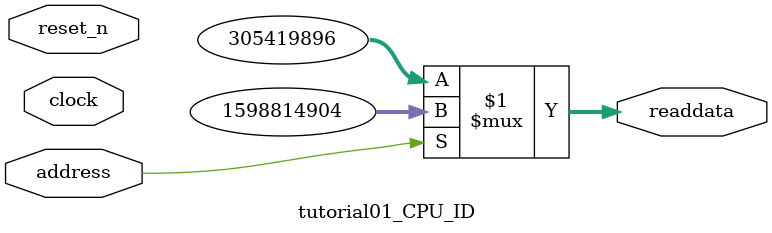
<source format=v>



// synthesis translate_off
`timescale 1ns / 1ps
// synthesis translate_on

// turn off superfluous verilog processor warnings 
// altera message_level Level1 
// altera message_off 10034 10035 10036 10037 10230 10240 10030 

module tutorial01_CPU_ID (
               // inputs:
                address,
                clock,
                reset_n,

               // outputs:
                readdata
             )
;

  output  [ 31: 0] readdata;
  input            address;
  input            clock;
  input            reset_n;

  wire    [ 31: 0] readdata;
  //control_slave, which is an e_avalon_slave
  assign readdata = address ? 1598814904 : 305419896;

endmodule



</source>
